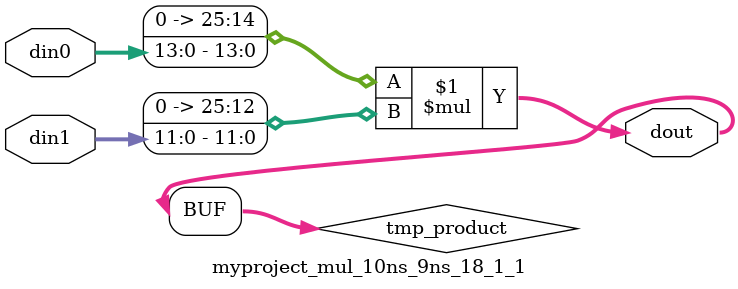
<source format=v>

`timescale 1 ns / 1 ps

  module myproject_mul_10ns_9ns_18_1_1(din0, din1, dout);
parameter ID = 1;
parameter NUM_STAGE = 0;
parameter din0_WIDTH = 14;
parameter din1_WIDTH = 12;
parameter dout_WIDTH = 26;

input [din0_WIDTH - 1 : 0] din0; 
input [din1_WIDTH - 1 : 0] din1; 
output [dout_WIDTH - 1 : 0] dout;

wire signed [dout_WIDTH - 1 : 0] tmp_product;










assign tmp_product = $signed({1'b0, din0}) * $signed({1'b0, din1});











assign dout = tmp_product;







endmodule

</source>
